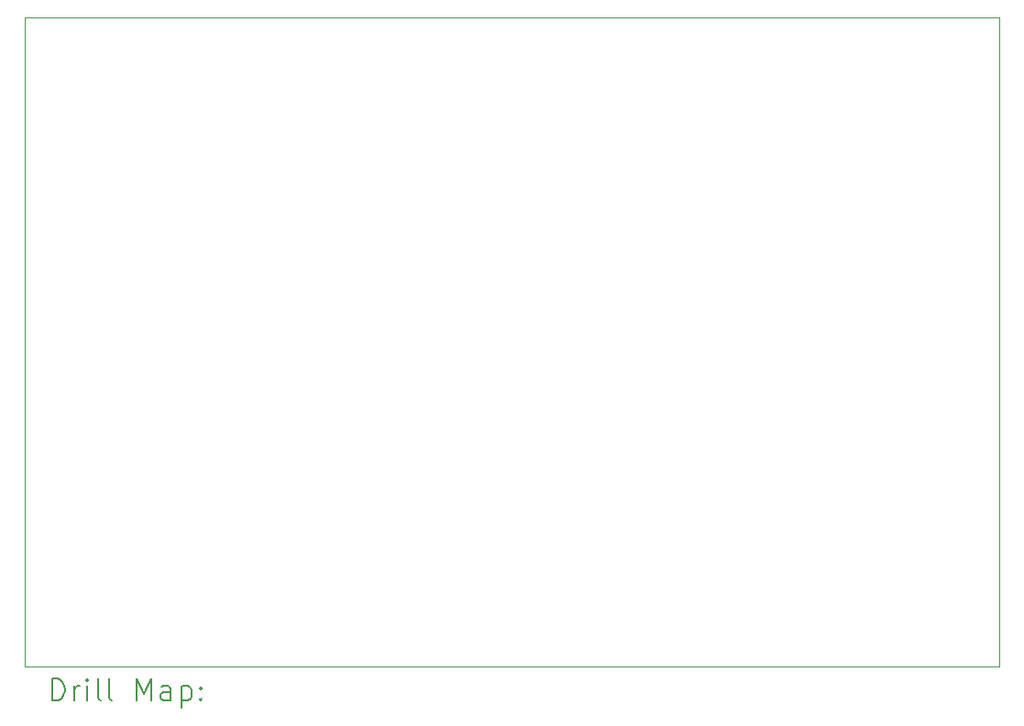
<source format=gbr>
%TF.GenerationSoftware,KiCad,Pcbnew,6.0.11-2627ca5db0~126~ubuntu20.04.1*%
%TF.CreationDate,2023-11-27T13:14:47+01:00*%
%TF.ProjectId,ironReflow,69726f6e-5265-4666-9c6f-772e6b696361,1.0*%
%TF.SameCoordinates,Original*%
%TF.FileFunction,Drillmap*%
%TF.FilePolarity,Positive*%
%FSLAX45Y45*%
G04 Gerber Fmt 4.5, Leading zero omitted, Abs format (unit mm)*
G04 Created by KiCad (PCBNEW 6.0.11-2627ca5db0~126~ubuntu20.04.1) date 2023-11-27 13:14:47*
%MOMM*%
%LPD*%
G01*
G04 APERTURE LIST*
%ADD10C,0.100000*%
%ADD11C,0.200000*%
G04 APERTURE END LIST*
D10*
X10000000Y-10000000D02*
X19000000Y-10000000D01*
X19000000Y-10000000D02*
X19000000Y-16000000D01*
X19000000Y-16000000D02*
X10000000Y-16000000D01*
X10000000Y-16000000D02*
X10000000Y-10000000D01*
D11*
X10252619Y-16315476D02*
X10252619Y-16115476D01*
X10300238Y-16115476D01*
X10328810Y-16125000D01*
X10347857Y-16144048D01*
X10357381Y-16163095D01*
X10366905Y-16201190D01*
X10366905Y-16229762D01*
X10357381Y-16267857D01*
X10347857Y-16286905D01*
X10328810Y-16305952D01*
X10300238Y-16315476D01*
X10252619Y-16315476D01*
X10452619Y-16315476D02*
X10452619Y-16182143D01*
X10452619Y-16220238D02*
X10462143Y-16201190D01*
X10471667Y-16191667D01*
X10490714Y-16182143D01*
X10509762Y-16182143D01*
X10576429Y-16315476D02*
X10576429Y-16182143D01*
X10576429Y-16115476D02*
X10566905Y-16125000D01*
X10576429Y-16134524D01*
X10585952Y-16125000D01*
X10576429Y-16115476D01*
X10576429Y-16134524D01*
X10700238Y-16315476D02*
X10681190Y-16305952D01*
X10671667Y-16286905D01*
X10671667Y-16115476D01*
X10805000Y-16315476D02*
X10785952Y-16305952D01*
X10776429Y-16286905D01*
X10776429Y-16115476D01*
X11033571Y-16315476D02*
X11033571Y-16115476D01*
X11100238Y-16258333D01*
X11166905Y-16115476D01*
X11166905Y-16315476D01*
X11347857Y-16315476D02*
X11347857Y-16210714D01*
X11338333Y-16191667D01*
X11319286Y-16182143D01*
X11281190Y-16182143D01*
X11262143Y-16191667D01*
X11347857Y-16305952D02*
X11328809Y-16315476D01*
X11281190Y-16315476D01*
X11262143Y-16305952D01*
X11252619Y-16286905D01*
X11252619Y-16267857D01*
X11262143Y-16248809D01*
X11281190Y-16239286D01*
X11328809Y-16239286D01*
X11347857Y-16229762D01*
X11443095Y-16182143D02*
X11443095Y-16382143D01*
X11443095Y-16191667D02*
X11462143Y-16182143D01*
X11500238Y-16182143D01*
X11519286Y-16191667D01*
X11528809Y-16201190D01*
X11538333Y-16220238D01*
X11538333Y-16277381D01*
X11528809Y-16296428D01*
X11519286Y-16305952D01*
X11500238Y-16315476D01*
X11462143Y-16315476D01*
X11443095Y-16305952D01*
X11624048Y-16296428D02*
X11633571Y-16305952D01*
X11624048Y-16315476D01*
X11614524Y-16305952D01*
X11624048Y-16296428D01*
X11624048Y-16315476D01*
X11624048Y-16191667D02*
X11633571Y-16201190D01*
X11624048Y-16210714D01*
X11614524Y-16201190D01*
X11624048Y-16191667D01*
X11624048Y-16210714D01*
M02*

</source>
